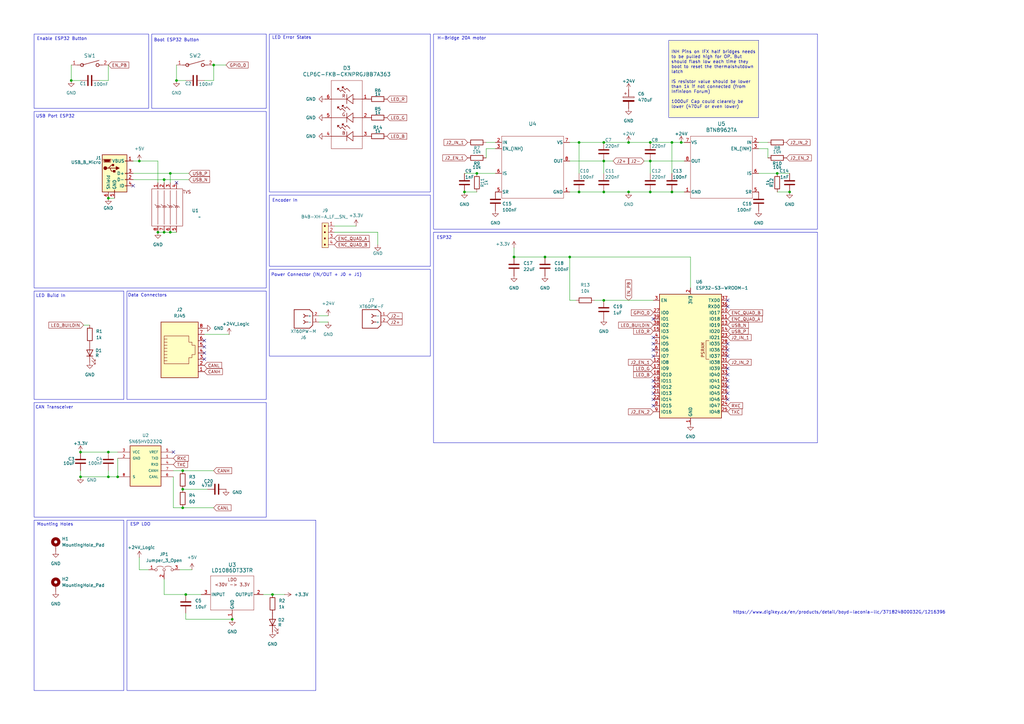
<source format=kicad_sch>
(kicad_sch (version 20231120) (generator "eeschema") (generator_version "8.0")
  (paper "A3")
  (title_block (title "Drive 27A") (rev "3") (company "Philippe Michaud") (comment 1 "REV3: Optimized cooling and changed LDO for 24v or 5v") (comment 2 "REV4: Updated power connector for xt60 and added better ground current carrying capacity"))
  (junction (at 257.81 78.74))
  (junction (at 323.85 78.74))
  (junction (at 247.65 123.19))
  (junction (at 223.52 105.41))
  (junction (at 237.49 78.74))
  (junction (at 74.93 193.04))
  (junction (at 74.93 208.28))
  (junction (at 64.77 95.25))
  (junction (at 33.02 185.42))
  (junction (at 257.81 58.42))
  (junction (at 190.5 78.74))
  (junction (at 266.7 66.04))
  (junction (at 279.4 58.42))
  (junction (at 69.85 95.25))
  (junction (at 48.26 195.58))
  (junction (at 318.77 71.12))
  (junction (at 76.2 243.84))
  (junction (at 237.49 58.42))
  (junction (at 44.45 81.28))
  (junction (at 72.39 33.02))
  (junction (at 275.59 58.42))
  (junction (at 210.82 105.41))
  (junction (at 111.76 243.84))
  (junction (at 29.21 33.02))
  (junction (at 57.15 66.04))
  (junction (at 275.59 78.74))
  (junction (at 67.31 95.25))
  (junction (at 87.63 26.67))
  (junction (at 69.85 71.12))
  (junction (at 195.58 71.12))
  (junction (at 95.25 254))
  (junction (at 266.7 78.74))
  (junction (at 266.7 58.42))
  (junction (at 44.45 185.42))
  (junction (at 33.02 195.58))
  (junction (at 247.65 78.74))
  (junction (at 67.31 73.66))
  (junction (at 233.68 105.41))
  (junction (at 247.65 66.04))
  (junction (at 247.65 58.42))
  (junction (at 44.45 195.58))
  (junction (at 74.93 200.66))
  (no_connect (at 298.45 153.67))
  (no_connect (at 267.97 130.81))
  (no_connect (at 298.45 156.21))
  (no_connect (at 298.45 163.83))
  (no_connect (at 298.45 125.73))
  (no_connect (at 83.82 147.32))
  (no_connect (at 267.97 138.43))
  (no_connect (at 267.97 166.37))
  (no_connect (at 298.45 143.51))
  (no_connect (at 267.97 163.83))
  (no_connect (at 267.97 140.97))
  (no_connect (at 54.61 76.2))
  (no_connect (at 298.45 123.19))
  (no_connect (at 72.39 74.93))
  (no_connect (at 267.97 161.29))
  (no_connect (at 267.97 158.75))
  (no_connect (at 83.82 142.24))
  (no_connect (at 298.45 140.97))
  (no_connect (at 298.45 158.75))
  (no_connect (at 83.82 139.7))
  (no_connect (at 298.45 151.13))
  (no_connect (at 267.97 146.05))
  (no_connect (at 83.82 144.78))
  (no_connect (at 267.97 156.21))
  (no_connect (at 298.45 146.05))
  (no_connect (at 267.97 143.51))
  (no_connect (at 298.45 161.29))
  (no_connect (at 71.12 185.42))
  (wire (pts (xy 29.21 33.02) (xy 33.02 33.02)))
  (wire (pts (xy 92.71 26.67) (xy 87.63 26.67)))
  (wire (pts (xy 67.31 73.66) (xy 77.47 73.66)))
  (wire (pts (xy 243.84 123.19) (xy 247.65 123.19)))
  (wire (pts (xy 69.85 71.12) (xy 69.85 74.93)))
  (wire (pts (xy 87.63 193.04) (xy 74.93 193.04)))
  (wire (pts (xy 283.21 105.41) (xy 283.21 118.11)))
  (wire (pts (xy 266.7 58.42) (xy 275.59 58.42)))
  (wire (pts (xy 275.59 58.42) (xy 279.4 58.42)))
  (wire (pts (xy 190.5 78.74) (xy 195.58 78.74)))
  (wire (pts (xy 195.58 71.12) (xy 203.2 71.12)))
  (wire (pts (xy 76.2 251.46) (xy 76.2 254)))
  (wire (pts (xy 57.15 228.6) (xy 57.15 233.68)))
  (wire (pts (xy 237.49 58.42) (xy 237.49 71.12)))
  (wire (pts (xy 71.12 208.28) (xy 71.12 195.58)))
  (wire (pts (xy 72.39 33.02) (xy 72.39 26.67)))
  (wire (pts (xy 266.7 66.04) (xy 266.7 71.12)))
  (wire (pts (xy 69.85 71.12) (xy 77.47 71.12)))
  (wire (pts (xy 71.12 193.04) (xy 74.93 193.04)))
  (wire (pts (xy 210.82 105.41) (xy 223.52 105.41)))
  (wire (pts (xy 87.63 208.28) (xy 74.93 208.28)))
  (wire (pts (xy 257.81 78.74) (xy 266.7 78.74)))
  (wire (pts (xy 237.49 78.74) (xy 247.65 78.74)))
  (wire (pts (xy 64.77 66.04) (xy 64.77 74.93)))
  (wire (pts (xy 67.31 237.49) (xy 67.31 243.84)))
  (wire (pts (xy 54.61 71.12) (xy 69.85 71.12)))
  (wire (pts (xy 107.95 243.84) (xy 111.76 243.84)))
  (wire (pts (xy 83.82 33.02) (xy 87.63 33.02)))
  (wire (pts (xy 146.05 92.71) (xy 137.16 92.71)))
  (wire (pts (xy 247.65 123.19) (xy 267.97 123.19)))
  (wire (pts (xy 314.96 58.42) (xy 311.15 58.42)))
  (wire (pts (xy 223.52 105.41) (xy 233.68 105.41)))
  (wire (pts (xy 199.39 60.96) (xy 203.2 60.96)))
  (wire (pts (xy 33.02 195.58) (xy 44.45 195.58)))
  (wire (pts (xy 130.81 132.08) (xy 134.62 132.08)))
  (wire (pts (xy 87.63 33.02) (xy 87.63 26.67)))
  (wire (pts (xy 233.68 78.74) (xy 237.49 78.74)))
  (wire (pts (xy 233.68 66.04) (xy 247.65 66.04)))
  (wire (pts (xy 275.59 58.42) (xy 275.59 71.12)))
  (wire (pts (xy 233.68 105.41) (xy 233.68 123.19)))
  (wire (pts (xy 199.39 58.42) (xy 203.2 58.42)))
  (wire (pts (xy 85.09 200.66) (xy 74.93 200.66)))
  (wire (pts (xy 199.39 64.77) (xy 199.39 60.96)))
  (wire (pts (xy 318.77 71.12) (xy 311.15 71.12)))
  (wire (pts (xy 247.65 58.42) (xy 257.81 58.42)))
  (wire (pts (xy 116.84 243.84) (xy 111.76 243.84)))
  (wire (pts (xy 137.16 95.25) (xy 154.94 95.25)))
  (wire (pts (xy 283.21 105.41) (xy 233.68 105.41)))
  (wire (pts (xy 44.45 81.28) (xy 46.99 81.28)))
  (wire (pts (xy 29.21 26.67) (xy 29.21 33.02)))
  (wire (pts (xy 36.83 133.35) (xy 34.29 133.35)))
  (wire (pts (xy 130.81 129.54) (xy 134.62 129.54)))
  (wire (pts (xy 69.85 95.25) (xy 72.39 95.25)))
  (wire (pts (xy 78.74 233.68) (xy 73.66 233.68)))
  (wire (pts (xy 33.02 185.42) (xy 44.45 185.42)))
  (wire (pts (xy 33.02 193.04) (xy 33.02 195.58)))
  (wire (pts (xy 275.59 78.74) (xy 280.67 78.74)))
  (wire (pts (xy 264.16 66.04) (xy 266.7 66.04)))
  (wire (pts (xy 48.26 187.96) (xy 48.26 195.58)))
  (wire (pts (xy 64.77 95.25) (xy 67.31 95.25)))
  (wire (pts (xy 44.45 33.02) (xy 44.45 26.67)))
  (wire (pts (xy 44.45 193.04) (xy 44.45 195.58)))
  (wire (pts (xy 247.65 78.74) (xy 257.81 78.74)))
  (wire (pts (xy 314.96 60.96) (xy 311.15 60.96)))
  (wire (pts (xy 247.65 66.04) (xy 251.46 66.04)))
  (wire (pts (xy 44.45 195.58) (xy 48.26 195.58)))
  (wire (pts (xy 247.65 66.04) (xy 247.65 71.12)))
  (wire (pts (xy 40.64 33.02) (xy 44.45 33.02)))
  (wire (pts (xy 257.81 58.42) (xy 266.7 58.42)))
  (wire (pts (xy 82.55 243.84) (xy 76.2 243.84)))
  (wire (pts (xy 64.77 66.04) (xy 57.15 66.04)))
  (wire (pts (xy 233.68 123.19) (xy 236.22 123.19)))
  (wire (pts (xy 57.15 66.04) (xy 54.61 66.04)))
  (wire (pts (xy 323.85 71.12) (xy 318.77 71.12)))
  (wire (pts (xy 83.82 137.16) (xy 93.98 137.16)))
  (wire (pts (xy 190.5 71.12) (xy 195.58 71.12)))
  (wire (pts (xy 67.31 243.84) (xy 76.2 243.84)))
  (wire (pts (xy 154.94 95.25) (xy 154.94 100.33)))
  (wire (pts (xy 57.15 233.68) (xy 60.96 233.68)))
  (wire (pts (xy 279.4 58.42) (xy 280.67 58.42)))
  (wire (pts (xy 67.31 73.66) (xy 67.31 74.93)))
  (wire (pts (xy 74.93 208.28) (xy 71.12 208.28)))
  (wire (pts (xy 210.82 101.6) (xy 210.82 105.41)))
  (wire (pts (xy 54.61 73.66) (xy 67.31 73.66)))
  (wire (pts (xy 233.68 58.42) (xy 237.49 58.42)))
  (wire (pts (xy 266.7 78.74) (xy 275.59 78.74)))
  (wire (pts (xy 314.96 64.77) (xy 314.96 60.96)))
  (wire (pts (xy 237.49 58.42) (xy 247.65 58.42)))
  (wire (pts (xy 67.31 95.25) (xy 69.85 95.25)))
  (wire (pts (xy 44.45 185.42) (xy 48.26 185.42)))
  (wire (pts (xy 76.2 254) (xy 95.25 254)))
  (wire (pts (xy 266.7 66.04) (xy 280.67 66.04)))
  (wire (pts (xy 323.85 78.74) (xy 318.77 78.74)))
  (wire (pts (xy 76.2 33.02) (xy 72.39 33.02)))
  (rectangle (start 62.23 13.97) (end 109.22 44.45))
  (rectangle (start 13.97 119.38) (end 50.8 163.83))
  (rectangle (start 177.8 95.25) (end 335.28 181.61))
  (rectangle (start 110.49 110.49) (end 176.53 146.05))
  (rectangle (start 110.49 13.97) (end 176.53 78.74))
  (rectangle (start 13.97 213.36) (end 50.8 283.21))
  (rectangle (start 177.8 13.97) (end 335.28 93.98))
  (rectangle (start 13.97 45.72) (end 109.22 118.11))
  (rectangle (start 13.97 13.97) (end 60.96 44.45))
  (rectangle (start 13.97 165.1) (end 109.22 212.09))
  (rectangle (start 52.07 119.38) (end 109.22 163.83))
  (rectangle (start 52.07 213.36) (end 129.54 283.21))
  (rectangle (start 110.49 80.01) (end 176.53 109.22))
  (text_box "INH Pins on IFX half bridges needs to be pulled high for OP. But should flash low each time they boot to reset the thermalshutdown latch\n\nIS resistor value should be lower than 1k if not connected (from Infinieon Forum)\n\n1000uF Cap could clearely be lower (470uF or even lower)" (at 274.32 16.51 0) (size 36.83 31.75) (fill (type color) (color 255 255 194 1)) (effects (font (size 1.27 1.27)) (justify left)))
  (text "Boot ESP32 Button" (at 72.39 16.51 0) (effects (font (size 1.27 1.27))))
  (text "LED Build In" (at 14.732 121.412 0) (effects (font (size 1.27 1.27)) (justify left)))
  (text "Enable ESP32 Button" (at 25.4 16.002 0) (effects (font (size 1.27 1.27))))
  (text "CAN Transceiver" (at 14.478 167.132 0) (effects (font (size 1.27 1.27)) (justify left)))
  (text "Encoder In" (at 116.84 82.296 0) (effects (font (size 1.27 1.27))))
  (text "LED Error States" (at 119.634 15.494 0) (effects (font (size 1.27 1.27))))
  (text "Power Connector (IN/OUT + J0 + J1)" (at 129.794 112.776 0) (effects (font (size 1.27 1.27))))
  (text "ESP LDO" (at 53.34 215.138 0) (effects (font (size 1.27 1.27)) (justify left)))
  (text "Data Connectors" (at 60.452 121.158 0) (effects (font (size 1.27 1.27))))
  (text "H-Bridge 20A motor" (at 179.324 15.748 0) (effects (font (size 1.27 1.27)) (justify left)))
  (text "Mounting Holes" (at 22.606 215.138 0) (effects (font (size 1.27 1.27))))
  (text "USB Port ESP32" (at 14.732 47.752 0) (effects (font (size 1.27 1.27)) (justify left)))
  (text "https://www.digikey.ca/en/products/detail/boyd-laconia-llc/371824B00032G/1216396" (at 300.482 251.206 0) (effects (font (size 1.27 1.27)) (justify left)))
  (text "ESP32" (at 179.07 97.536 0) (effects (font (size 1.27 1.27)) (justify left)))
  (global_label "LED_B" (shape input) (at 267.97 153.67 180) (property "Intersheetrefs" "${INTERSHEET_REFS}" (effects (hide yes))))
  (global_label "CANH" (shape input) (at 83.82 152.4 0) (property "Intersheetrefs" "${INTERSHEET_REFS}" (effects (hide yes))))
  (global_label "ENC_QUAD_A" (shape input) (at 298.45 130.81 0) (property "Intersheetrefs" "${INTERSHEET_REFS}" (effects (hide yes))))
  (global_label "J2+" (shape input) (at 251.46 66.04 0) (property "Intersheetrefs" "${INTERSHEET_REFS}" (effects (hide yes))))
  (global_label "J2_EN_1" (shape input) (at 267.97 148.59 180) (property "Intersheetrefs" "${INTERSHEET_REFS}" (effects (hide yes))))
  (global_label "LED_B" (shape input) (at 158.75 55.88 0) (property "Intersheetrefs" "${INTERSHEET_REFS}" (effects (hide yes))))
  (global_label "J2_EN_2" (shape input) (at 322.58 64.77 0) (property "Intersheetrefs" "${INTERSHEET_REFS}" (effects (hide yes))))
  (global_label "LED_G" (shape input) (at 267.97 151.13 180) (property "Intersheetrefs" "${INTERSHEET_REFS}" (effects (hide yes))))
  (global_label "J2_IN_1" (shape input) (at 191.77 58.42 180) (property "Intersheetrefs" "${INTERSHEET_REFS}" (effects (hide yes))))
  (global_label "J2-" (shape input) (at 264.16 66.04 180) (property "Intersheetrefs" "${INTERSHEET_REFS}" (effects (hide yes))))
  (global_label "J2_IN_1" (shape input) (at 298.45 138.43 0) (property "Intersheetrefs" "${INTERSHEET_REFS}" (effects (hide yes))))
  (global_label "RXC" (shape input) (at 298.45 166.37 0) (property "Intersheetrefs" "${INTERSHEET_REFS}" (effects (hide yes))))
  (global_label "USB_N" (shape input) (at 298.45 133.35 0) (property "Intersheetrefs" "${INTERSHEET_REFS}" (effects (hide yes))))
  (global_label "USB_P" (shape input) (at 77.47 71.12 0) (property "Intersheetrefs" "${INTERSHEET_REFS}" (effects (hide yes))))
  (global_label "CANL" (shape input) (at 83.82 149.86 0) (property "Intersheetrefs" "${INTERSHEET_REFS}" (effects (hide yes))))
  (global_label "CANH" (shape input) (at 87.63 193.04 0) (property "Intersheetrefs" "${INTERSHEET_REFS}" (effects (hide yes))))
  (global_label "GPIO_0" (shape input) (at 92.71 26.67 0) (property "Intersheetrefs" "${INTERSHEET_REFS}" (effects (hide yes))))
  (global_label "GPIO_0" (shape input) (at 267.97 128.27 180) (property "Intersheetrefs" "${INTERSHEET_REFS}" (effects (hide yes))))
  (global_label "LED_BUILDIN" (shape input) (at 34.29 133.35 180) (property "Intersheetrefs" "${INTERSHEET_REFS}" (effects (hide yes))))
  (global_label "TXC" (shape input) (at 71.12 190.5 0) (property "Intersheetrefs" "${INTERSHEET_REFS}" (effects (hide yes))))
  (global_label "USB_N" (shape input) (at 77.47 73.66 0) (property "Intersheetrefs" "${INTERSHEET_REFS}" (effects (hide yes))))
  (global_label "EN_PB" (shape input) (at 44.45 26.67 0) (property "Intersheetrefs" "${INTERSHEET_REFS}" (effects (hide yes))))
  (global_label "J2_IN_2" (shape input) (at 298.45 148.59 0) (property "Intersheetrefs" "${INTERSHEET_REFS}" (effects (hide yes))))
  (global_label "EN_PB" (shape input) (at 257.81 123.19 90) (property "Intersheetrefs" "${INTERSHEET_REFS}" (effects (hide yes))))
  (global_label "J2_EN_2" (shape input) (at 267.97 168.91 180) (property "Intersheetrefs" "${INTERSHEET_REFS}" (effects (hide yes))))
  (global_label "ENC_QUAD_A" (shape input) (at 137.16 97.79 0) (property "Intersheetrefs" "${INTERSHEET_REFS}" (effects (hide yes))))
  (global_label "LED_R" (shape input) (at 267.97 135.89 180) (property "Intersheetrefs" "${INTERSHEET_REFS}" (effects (hide yes))))
  (global_label "J2_IN_2" (shape input) (at 322.58 58.42 0) (property "Intersheetrefs" "${INTERSHEET_REFS}" (effects (hide yes))))
  (global_label "RXC" (shape input) (at 71.12 187.96 0) (property "Intersheetrefs" "${INTERSHEET_REFS}" (effects (hide yes))))
  (global_label "TXC" (shape input) (at 298.45 168.91 0) (property "Intersheetrefs" "${INTERSHEET_REFS}" (effects (hide yes))))
  (global_label "J2-" (shape input) (at 158.75 129.54 0) (property "Intersheetrefs" "${INTERSHEET_REFS}" (effects (hide yes))))
  (global_label "LED_BUILDIN" (shape input) (at 267.97 133.35 180) (property "Intersheetrefs" "${INTERSHEET_REFS}" (effects (hide yes))))
  (global_label "ENC_QUAD_B" (shape input) (at 298.45 128.27 0) (property "Intersheetrefs" "${INTERSHEET_REFS}" (effects (hide yes))))
  (global_label "J2_EN_1" (shape input) (at 191.77 64.77 180) (property "Intersheetrefs" "${INTERSHEET_REFS}" (effects (hide yes))))
  (global_label "USB_P" (shape input) (at 298.45 135.89 0) (property "Intersheetrefs" "${INTERSHEET_REFS}" (effects (hide yes))))
  (global_label "LED_G" (shape input) (at 158.75 48.26 0) (property "Intersheetrefs" "${INTERSHEET_REFS}" (effects (hide yes))))
  (global_label "CANL" (shape input) (at 87.63 208.28 0) (property "Intersheetrefs" "${INTERSHEET_REFS}" (effects (hide yes))))
  (global_label "LED_R" (shape input) (at 158.75 40.64 0) (property "Intersheetrefs" "${INTERSHEET_REFS}" (effects (hide yes))))
  (global_label "ENC_QUAD_B" (shape input) (at 137.16 100.33 0) (property "Intersheetrefs" "${INTERSHEET_REFS}" (effects (hide yes))))
  (global_label "J2+" (shape input) (at 158.75 132.08 0) (property "Intersheetrefs" "${INTERSHEET_REFS}" (effects (hide yes))))
  (symbol (lib_id "power:GND") (at 29.21 33.02 0) (unit 1)
    (property "Reference" "#PWR01" (effects (hide yes)))
    (property "Value" "GND" (at 29.21 38.1 0))
    (property "Description" "Power symbol creates a global label with name \"GND\" , ground" (effects (hide yes)))
  )
  (symbol (lib_id "power:+3.3V") (at 116.84 243.84 270) (unit 1)
    (property "Reference" "#PWR015" (effects (hide yes)))
    (property "Value" "+3.3V" (at 120.65 243.8399 90) (effects (justify left)))
    (property "Description" "Power symbol creates a global label with name \"+3.3V\"" (effects (hide yes)))
  )
  (symbol (lib_id "Jumper:Jumper_3_Open") (at 67.31 233.68 0) (unit 1) (exclude_from_sim yes) (in_bom no)
    (property "Reference" "JP1" (at 67.31 227.33 0))
    (property "Value" "Jumper_3_Open" (at 67.31 229.87 0))
    (property "Footprint" "Connector_PinHeader_2.54mm:PinHeader_1x03_P2.54mm_Vertical" (effects (hide yes)))
    (property "Description" "Jumper, 3-pole, both open" (effects (hide yes)))
  )
  (symbol (lib_id "Device:C") (at 190.5 74.93 0) (unit 1)
    (property "Reference" "C9" (at 190.754 70.104 0) (effects (justify left)))
    (property "Value" "1nF" (at 190.754 72.644 0) (effects (justify left)))
    (property "Footprint" "Capacitor_SMD:C_0805_2012Metric_Pad1.18x1.45mm_HandSolder" (effects (hide yes)))
    (property "Description" "Unpolarized capacitor, 24V" (effects (hide yes)))
    (property "LCSC" "C46553" (effects (hide yes)))
  )
  (symbol (lib_id "power:+3.3V") (at 146.05 92.71 0) (unit 1)
    (property "Reference" "#PWR013" (effects (hide yes)))
    (property "Value" "+3.3V" (at 146.05 88.392 0))
    (property "Description" "Power symbol creates a global label with name \"+3.3V\"" (effects (hide yes)))
  )
  (symbol (lib_id "power:GND") (at 64.77 95.25 0) (unit 1)
    (property "Reference" "#PWR05" (effects (hide yes)))
    (property "Value" "GND" (at 64.77 100.33 0))
    (property "Description" "Power symbol creates a global label with name \"GND\" , ground" (effects (hide yes)))
  )
  (symbol (lib_id "power:GND") (at 133.35 48.26 270) (unit 1)
    (property "Reference" "#PWR028" (effects (hide yes)))
    (property "Value" "GND" (at 129.54 48.2599 90) (effects (justify right)))
    (property "Description" "Power symbol creates a global label with name \"GND\" , ground" (effects (hide yes)))
  )
  (symbol (lib_id "Custom:TVS_-_150-SMDB03CE3/TR7TR-ND") (at 68.58 85.09 0) (unit 1)
    (property "Reference" "U1" (at 78.74 86.36 0) (effects (justify left)))
    (property "Value" "~" (at 81.28 89.01 0) (effects (justify left)))
    (property "Footprint" "Package_SO:SOIC-8-1EP_3.9x4.9mm_P1.27mm_EP2.29x3mm" (effects (hide yes)))
    (property "Datasheet" "150-SMDB03CE3/TR7TR-ND" (effects (hide yes)))
    (property "LCSC" "C2448355" (effects (hide yes)))
  )
  (symbol (lib_id "Device:LED") (at 111.76 255.27 90) (unit 1)
    (property "Reference" "D2" (at 114.046 254.254 90) (effects (justify right)))
    (property "Value" "R" (at 114.046 256.286 90) (effects (justify right)))
    (property "Footprint" "LED_SMD:LED_0805_2012Metric_Pad1.15x1.40mm_HandSolder" (effects (hide yes)))
    (property "Datasheet" "https://www.we-online.com/components/products/datasheet/150080SS75000.pdf" (effects (hide yes)))
    (property "Description" "Light emitting diode | 150080SS75000" (effects (hide yes)))
    (property "LCSC" "C19171391" (effects (hide yes)))
  )
  (symbol (lib_id "power:+5V") (at 57.15 66.04 0) (unit 1)
    (property "Reference" "#PWR03" (effects (hide yes)))
    (property "Value" "+5V" (at 57.15 60.96 0))
    (property "Description" "Power symbol creates a global label with name \"+5V\"" (effects (hide yes)))
  )
  (symbol (lib_id "Device:R") (at 240.03 123.19 90) (unit 1)
    (property "Reference" "R13" (at 240.03 116.84 90))
    (property "Value" "10k" (at 240.03 119.38 90))
    (property "Footprint" "Resistor_SMD:R_0805_2012Metric_Pad1.20x1.40mm_HandSolder" (effects (hide yes)))
    (property "Description" "Resistor" (effects (hide yes)))
    (property "LCSC" "C25612" (effects (hide yes)))
  )
  (symbol (lib_id "Custom:XT60PM-F") (at 152.4 124.46 0) (unit 1)
    (property "Reference" "J7" (at 152.4 123.19 0))
    (property "Value" "XT60PW-F" (at 152.4 125.73 0))
    (property "Footprint" "Connector_AMASS:AMASS_XT60PW-F_1x02_P7.20mm_Horizontal" (effects (hide yes)))
    (property "LCSC" "C428722" (effects (hide yes)))
  )
  (symbol (lib_id "power:GND") (at 223.52 113.03 0) (unit 1)
    (property "Reference" "#PWR049" (effects (hide yes)))
    (property "Value" "GND" (at 223.52 118.11 0))
    (property "Description" "Power symbol creates a global label with name \"GND\" , ground" (effects (hide yes)))
  )
  (symbol (lib_id "power:GND") (at 210.82 113.03 0) (unit 1)
    (property "Reference" "#PWR048" (effects (hide yes)))
    (property "Value" "GND" (at 210.82 118.11 0))
    (property "Description" "Power symbol creates a global label with name \"GND\" , ground" (effects (hide yes)))
  )
  (symbol (lib_id "Device:C") (at 44.45 189.23 0) (unit 1)
    (property "Reference" "C4" (at 39.37 188.214 0) (effects (justify left)))
    (property "Value" "100nF" (at 36.068 189.992 0) (effects (justify left)))
    (property "Footprint" "Capacitor_SMD:C_0805_2012Metric_Pad1.18x1.45mm_HandSolder" (effects (hide yes)))
    (property "Description" "Unpolarized capacitor" (effects (hide yes)))
    (property "LCSC" "C2312829" (effects (hide yes)))
  )
  (symbol (lib_id "Device:C") (at 237.49 74.93 0) (unit 1)
    (property "Reference" "C10" (at 237.744 70.104 0) (effects (justify left)))
    (property "Value" "100nF" (at 237.744 72.644 0) (effects (justify left)))
    (property "Footprint" "Capacitor_SMD:C_0805_2012Metric_Pad1.18x1.45mm_HandSolder" (effects (hide yes)))
    (property "Description" "Unpolarized capacitor, 24V" (effects (hide yes)))
    (property "LCSC" "C2312829" (effects (hide yes)))
  )
  (symbol (lib_id "Device:C") (at 247.65 127 0) (unit 1)
    (property "Reference" "C19" (at 251.46 125.7299 0) (effects (justify left)))
    (property "Value" "1uF" (at 251.46 128.2699 0) (effects (justify left)))
    (property "Footprint" "Capacitor_SMD:C_0805_2012Metric_Pad1.18x1.45mm_HandSolder" (effects (hide yes)))
    (property "Description" "Unpolarized capacitor" (effects (hide yes)))
    (property "LCSC" "C77079" (effects (hide yes)))
  )
  (symbol (lib_id "Mechanical:MountingHole_Pad") (at 22.86 240.03 0) (unit 1) (exclude_from_sim yes) (in_bom no)
    (property "Reference" "H2" (at 25.4 237.4899 0) (effects (justify left)))
    (property "Value" "MountingHole_Pad" (at 25.4 240.0299 0) (effects (justify left)))
    (property "Footprint" "MountingHole:MountingHole_3.2mm_M3_DIN965_Pad_TopBottom" (effects (hide yes)))
    (property "Description" "Mounting Hole with connection" (effects (hide yes)))
  )
  (symbol (lib_id "Device:C") (at 33.02 189.23 0) (unit 1)
    (property "Reference" "C3" (at 27.94 188.214 0) (effects (justify left)))
    (property "Value" "10uF" (at 25.908 189.992 0) (effects (justify left)))
    (property "Footprint" "Capacitor_SMD:C_0805_2012Metric_Pad1.18x1.45mm_HandSolder" (effects (hide yes)))
    (property "Description" "Unpolarized capacitor" (effects (hide yes)))
    (property "LCSC" "C440198" (effects (hide yes)))
  )
  (symbol (lib_id "power:+7.5V") (at 33.02 185.42 0) (unit 1)
    (property "Reference" "#PWR012" (effects (hide yes)))
    (property "Value" "+3.3V" (at 33.02 181.864 0))
    (property "Description" "Power symbol creates a global label with name \"+7.5V\"" (effects (hide yes)))
  )
  (symbol (lib_id "Device:LED") (at 36.83 144.78 90) (unit 1)
    (property "Reference" "D1" (at 39.116 143.764 90) (effects (justify right)))
    (property "Value" "R" (at 39.116 145.796 90) (effects (justify right)))
    (property "Footprint" "LED_SMD:LED_0805_2012Metric_Pad1.15x1.40mm_HandSolder" (effects (hide yes)))
    (property "Datasheet" "https://www.we-online.com/components/products/datasheet/150080SS75000.pdf" (effects (hide yes)))
    (property "Description" "Light emitting diode | 150080SS75000" (effects (hide yes)))
    (property "LCSC" "C19171391" (effects (hide yes)))
  )
  (symbol (lib_id "RF_Module:ESP32-S3-WROOM-1") (at 283.21 146.05 0) (unit 1)
    (property "Reference" "U6" (at 285.4041 115.57 0) (effects (justify left)))
    (property "Value" "ESP32-S3-WROOM-1" (at 285.4041 118.11 0) (effects (justify left)))
    (property "Footprint" "RF_Module:ESP32-S3-WROOM-1" (effects (hide yes)))
    (property "Datasheet" "https://www.espressif.com/sites/default/files/documentation/esp32-s3-wroom-1_wroom-1u_datasheet_en.pdf" (effects (hide yes)))
    (property "Description" "RF Module, ESP32-S3 SoC, Wi-Fi 802.11b/g/n, Bluetooth, BLE, 32-bit, 3.3V, onboard antenna, SMD" (effects (hide yes)))
    (property "LCSC" "C2913198" (effects (hide yes)))
  )
  (symbol (lib_id "power:GND") (at 44.45 81.28 0) (unit 1)
    (property "Reference" "#PWR04" (effects (hide yes)))
    (property "Value" "GND" (at 44.45 85.344 0))
    (property "Description" "Power symbol creates a global label with name \"GND\" , ground" (effects (hide yes)))
  )
  (symbol (lib_id "power:GND") (at 83.82 134.62 90) (unit 1)
    (property "Reference" "#PWR09" (effects (hide yes)))
    (property "Value" "GND" (at 87.63 134.6199 90) (effects (justify right)))
    (property "Description" "Power symbol creates a global label with name \"GND\" , ground" (effects (hide yes)))
  )
  (symbol (lib_id "TS09_63_25_WT_160_SMT_TR:TS09-63-25-WT-160-SMT-TR") (at 72.39 26.67 0) (unit 1)
    (property "Reference" "SW2" (at 80.01 22.86 0) (effects (font (size 1.524 1.524))))
    (property "Value" "TS09-63-25-WT-160-SMT-TR" (effects (hide yes)))
    (property "Footprint" "TS09_63_25_WT_160_SMT_TR:SW_TS09-63-25_CUD" (effects (hide yes)))
    (property "Datasheet" "TS09-63-25-WT-160-SMT-TR" (effects (hide yes)))
    (property "LCSC" "C4364712" (effects (hide yes)))
  )
  (symbol (lib_id "power:GND") (at 190.5 78.74 0) (mirror y) (unit 1)
    (property "Reference" "#PWR042" (effects (hide yes)))
    (property "Value" "GND" (at 190.5 83.82 0))
    (property "Description" "Power symbol creates a global label with name \"GND\" , ground" (effects (hide yes)))
  )
  (symbol (lib_id "power:GND") (at 323.85 78.74 0) (unit 1)
    (property "Reference" "#PWR044" (effects (hide yes)))
    (property "Value" "GND" (at 323.85 83.82 0))
    (property "Description" "Power symbol creates a global label with name \"GND\" , ground" (effects (hide yes)))
  )
  (symbol (lib_id "power:+7.5V") (at 279.4 58.42 0) (mirror y) (unit 1)
    (property "Reference" "#PWR041" (effects (hide yes)))
    (property "Value" "+24V" (at 279.4 54.864 0))
    (property "Description" "Power symbol creates a global label with name \"+7.5V\"" (effects (hide yes)))
  )
  (symbol (lib_id "Device:R") (at 154.94 55.88 90) (unit 1)
    (property "Reference" "R14" (at 154.94 52.324 90))
    (property "Value" "1k" (at 154.94 53.848 90))
    (property "Footprint" "Resistor_SMD:R_0805_2012Metric_Pad1.20x1.40mm_HandSolder" (effects (hide yes)))
    (property "Description" "Resistor" (effects (hide yes)))
    (property "LCSC" "C75245" (effects (hide yes)))
  )
  (symbol (lib_id "TJA1050T_CM_118:TJA1050T_CM_118") (at 59.69 190.5 0) (unit 1)
    (property "Reference" "U2" (at 59.69 178.562 0))
    (property "Value" "SN65HVD232Q" (at 59.69 181.102 0))
    (property "Footprint" "TJA1050T_CM_118:SOIC127P600X175-8N" (effects (hide yes)))
    (property "PARTREV" "4" (effects (hide yes)))
    (property "STANDARD" "IPC 7351B" (effects (hide yes)))
    (property "MAXIMUM_PACKAGE_HEIGHT" "1.75 mm" (effects (hide yes)))
    (property "MANUFACTURER" "NXP USA" (effects (hide yes)))
    (property "LCSC" "C2859712" (effects (hide yes)))
  )
  (symbol (lib_id "Custom:XT60PM-M") (at 124.46 137.16 0) (mirror x) (unit 1)
    (property "Reference" "J6" (at 124.46 138.43 0))
    (property "Value" "XT60PW-M" (at 124.46 135.89 0))
    (property "Footprint" "Connector_AMASS:AMASS_XT60PW-M_1x02_P7.20mm_Horizontal" (effects (hide yes)))
    (property "LCSC" "C98732" (effects (hide yes)))
  )
  (symbol (lib_id "Device:R") (at 154.94 48.26 90) (unit 1)
    (property "Reference" "R5" (at 154.94 44.704 90))
    (property "Value" "1k" (at 154.94 46.228 90))
    (property "Footprint" "Resistor_SMD:R_0805_2012Metric_Pad1.20x1.40mm_HandSolder" (effects (hide yes)))
    (property "Description" "Resistor" (effects (hide yes)))
    (property "LCSC" "C75245" (effects (hide yes)))
  )
  (symbol (lib_id "Device:R") (at 36.83 137.16 180) (unit 1)
    (property "Reference" "R1" (at 39.37 135.8899 0) (effects (justify right)))
    (property "Value" "1k" (at 39.37 138.4299 0) (effects (justify right)))
    (property "Footprint" "Resistor_SMD:R_0805_2012Metric_Pad1.20x1.40mm_HandSolder" (effects (hide yes)))
    (property "Description" "Resistor" (effects (hide yes)))
    (property "LCSC" "C75245" (effects (hide yes)))
  )
  (symbol (lib_id "power:+7.5V") (at 257.81 58.42 0) (unit 1)
    (property "Reference" "#PWR040" (effects (hide yes)))
    (property "Value" "+24V" (at 257.81 54.864 0))
    (property "Description" "Power symbol creates a global label with name \"+7.5V\"" (effects (hide yes)))
  )
  (symbol (lib_id "Device:R") (at 195.58 74.93 0) (mirror y) (unit 1)
    (property "Reference" "R11" (at 197.866 74.93 90))
    (property "Value" "1k" (at 199.39 74.93 90))
    (property "Footprint" "Resistor_SMD:R_0805_2012Metric_Pad1.20x1.40mm_HandSolder" (effects (hide yes)))
    (property "Description" "Resistor" (effects (hide yes)))
    (property "LCSC" "C75245" (effects (hide yes)))
  )
  (symbol (lib_id "power:GND") (at 133.35 55.88 270) (unit 1)
    (property "Reference" "#PWR029" (effects (hide yes)))
    (property "Value" "GND" (at 129.54 55.8799 90) (effects (justify right)))
    (property "Description" "Power symbol creates a global label with name \"GND\" , ground" (effects (hide yes)))
  )
  (symbol (lib_id "power:GND") (at 154.94 100.33 0) (unit 1)
    (property "Reference" "#PWR033" (effects (hide yes)))
    (property "Value" "GND" (at 152.908 103.886 0) (effects (justify left)))
    (property "Description" "Power symbol creates a global label with name \"GND\" , ground" (effects (hide yes)))
  )
  (symbol (lib_id "Device:C") (at 266.7 74.93 0) (unit 1)
    (property "Reference" "C12" (at 267.208 70.104 0) (effects (justify left)))
    (property "Value" "220nF" (at 267.208 72.644 0) (effects (justify left)))
    (property "Footprint" "Capacitor_SMD:C_0805_2012Metric_Pad1.18x1.45mm_HandSolder" (effects (hide yes)))
    (property "Description" "Unpolarized capacitor, 24V" (effects (hide yes)))
    (property "LCSC" "C86042" (effects (hide yes)))
  )
  (symbol (lib_id "power:GND") (at 247.65 130.81 0) (unit 1)
    (property "Reference" "#PWR050" (effects (hide yes)))
    (property "Value" "GND" (at 247.65 135.89 0))
    (property "Description" "Power symbol creates a global label with name \"GND\" , ground" (effects (hide yes)))
  )
  (symbol (lib_id "Device:C") (at 247.65 74.93 0) (unit 1)
    (property "Reference" "C11" (at 248.158 70.104 0) (effects (justify left)))
    (property "Value" "220nF" (at 248.158 72.644 0) (effects (justify left)))
    (property "Footprint" "Capacitor_SMD:C_0805_2012Metric_Pad1.18x1.45mm_HandSolder" (effects (hide yes)))
    (property "Description" "Unpolarized capacitor, 24V" (effects (hide yes)))
    (property "LCSC" "C86042" (effects (hide yes)))
  )
  (symbol (lib_id "Device:C") (at 203.2 82.55 0) (unit 1)
    (property "Reference" "C15" (at 205.994 83.566 0) (effects (justify left)))
    (property "Value" "100nF" (at 205.994 86.106 0) (effects (justify left)))
    (property "Footprint" "Capacitor_SMD:C_0805_2012Metric_Pad1.18x1.45mm_HandSolder" (effects (hide yes)))
    (property "Description" "Unpolarized capacitor, 24V" (effects (hide yes)))
    (property "LCSC" "C2312829" (effects (hide yes)))
  )
  (symbol (lib_id "dk_Rectangular-Connectors-Headers-Male-Pins:B4B-XH-A_LF__SN_") (at 134.62 92.71 270) (unit 1)
    (property "Reference" "J9" (at 133.35 86.36 90))
    (property "Value" "B4B-XH-A_LF__SN_" (at 133.096 88.9 90))
    (property "Footprint" "Connector_JST:JST_PH_B4B-PH-SM4-TB_1x04-1MP_P2.00mm_Vertical" (effects (hide yes)))
    (property "Datasheet" "http://www.jst-mfg.com/product/pdf/eng/eXH.pdf" (effects (hide yes)))
    (property "Description" "CONN HEADER VERT 4POS 2.5MM" (effects (hide yes)))
    (property "MPN" "B4B-XH-A(LF)(SN)" (effects (hide yes)))
    (property "Category" "Connectors, Interconnects" (effects (hide yes)))
    (property "Family" "Rectangular Connectors - Headers, Male Pins" (effects (hide yes)))
    (property "DK_Datasheet_Link" "http://www.jst-mfg.com/product/pdf/eng/eXH.pdf" (effects (hide yes)))
    (property "DK_Detail_Page" "/product-detail/en/jst-sales-america-inc/B4B-XH-A(LF)(SN)/455-2249-ND/1651047" (effects (hide yes)))
    (property "Description_1" "CONN HEADER VERT 4POS 2.5MM" (effects (hide yes)))
    (property "Manufacturer" "JST Sales America Inc." (effects (hide yes)))
    (property "Status" "Active" (effects (hide yes)))
    (property "LCSC" "C157999" (effects (hide yes)))
  )
  (symbol (lib_id "Device:C") (at 275.59 74.93 0) (unit 1)
    (property "Reference" "C13" (at 275.844 70.104 0) (effects (justify left)))
    (property "Value" "100nF" (at 275.844 72.644 0) (effects (justify left)))
    (property "Footprint" "Capacitor_SMD:C_0805_2012Metric_Pad1.18x1.45mm_HandSolder" (effects (hide yes)))
    (property "Description" "Unpolarized capacitor, 24V" (effects (hide yes)))
    (property "LCSC" "C2312829" (effects (hide yes)))
  )
  (symbol (lib_id "2024-04-18_22-38-51:IFX007TAUMA1") (at 295.91 49.53 0) (mirror y) (unit 1)
    (property "Reference" "U5" (at 295.91 50.8 0) (effects (font (size 1.524 1.524))))
    (property "Value" "BTN8962TA" (at 295.91 53.34 0) (effects (font (size 1.524 1.524))))
    (property "Footprint" "footprints:PG-TO263-7-1_INF-M" (effects (hide yes)))
    (property "LCSC" "C534738" (effects (hide yes)))
  )
  (symbol (lib_id "power:GND") (at 134.62 132.08 0) (unit 1)
    (property "Reference" "#PWR035" (effects (hide yes)))
    (property "Value" "GND" (at 134.62 137.16 0))
    (property "Description" "Power symbol creates a global label with name \"GND\" , ground" (effects (hide yes)))
  )
  (symbol (lib_id "Mechanical:MountingHole_Pad") (at 22.86 223.52 0) (unit 1) (exclude_from_sim yes) (in_bom no)
    (property "Reference" "H1" (at 25.4 220.9799 0) (effects (justify left)))
    (property "Value" "MountingHole_Pad" (at 25.4 223.5199 0) (effects (justify left)))
    (property "Footprint" "MountingHole:MountingHole_3.2mm_M3_DIN965_Pad_TopBottom" (effects (hide yes)))
    (property "Description" "Mounting Hole with connection" (effects (hide yes)))
  )
  (symbol (lib_id "Device:R") (at 318.77 58.42 90) (unit 1)
    (property "Reference" "R8" (at 318.77 60.706 90))
    (property "Value" "10k" (at 318.77 62.23 90))
    (property "Footprint" "Resistor_SMD:R_0805_2012Metric_Pad1.20x1.40mm_HandSolder" (effects (hide yes)))
    (property "Description" "Resistor" (effects (hide yes)))
    (property "LCSC" "C25612" (effects (hide yes)))
  )
  (symbol (lib_id "Device:C_Polarized") (at 257.81 40.64 0) (unit 1)
    (property "Reference" "C6" (at 261.62 38.4809 0) (effects (justify left)))
    (property "Value" "470uF" (at 261.62 41.0209 0) (effects (justify left)))
    (property "Footprint" "Capacitor_THT:CP_Radial_D12.5mm_P5.00mm" (effects (hide yes)))
    (property "Description" "ECA-1HM102 | EKZE500ETD471MK20S" (effects (hide yes)))
    (property "LCSC" "C165494" (effects (hide yes)))
  )
  (symbol (lib_id "Device:R") (at 111.76 247.65 180) (unit 1)
    (property "Reference" "R2" (at 114.3 246.3799 0) (effects (justify right)))
    (property "Value" "1k" (at 114.3 248.9199 0) (effects (justify right)))
    (property "Footprint" "Resistor_SMD:R_0805_2012Metric_Pad1.20x1.40mm_HandSolder" (effects (hide yes)))
    (property "Description" "Resistor" (effects (hide yes)))
    (property "LCSC" "C75245" (effects (hide yes)))
  )
  (symbol (lib_id "power:GND") (at 92.71 200.66 0) (unit 1)
    (property "Reference" "#PWR020" (effects (hide yes)))
    (property "Value" "GND" (at 95.25 201.9299 0) (effects (justify left)))
    (property "Description" "Power symbol creates a global label with name \"GND\" , ground" (effects (hide yes)))
  )
  (symbol (lib_id "power:+5V") (at 78.74 233.68 0) (unit 1)
    (property "Reference" "#PWR014" (effects (hide yes)))
    (property "Value" "+5V" (at 78.74 228.6 0))
    (property "Description" "Power symbol creates a global label with name \"+5V\"" (effects (hide yes)))
  )
  (symbol (lib_id "2024-03-24_23-57-39:CLP6C-FKB-CKNPRGJBB7A363") (at 151.13 40.64 0) (mirror y) (unit 1)
    (property "Reference" "D3" (at 142.24 27.94 0) (effects (font (size 1.524 1.524))))
    (property "Value" "CLP6C-FKB-CKNPRGJBB7A363" (at 142.24 30.48 0) (effects (font (size 1.524 1.524))))
    (property "Footprint" "CLP6C-FKB-CKNPRGJBB7A363:CLP6C-FKB-CKNPRGJBB7A363_CRE" (effects (hide yes)))
    (property "Datasheet" "CLP6C-FKB-CKNPRGJBB7A363" (effects (hide yes)))
    (property "LCSC" "C7107714" (effects (hide yes)))
  )
  (symbol (lib_id "Device:C") (at 247.65 62.23 0) (unit 1)
    (property "Reference" "C7" (at 248.158 57.404 0) (effects (justify left)))
    (property "Value" "220nF" (at 248.158 59.944 0) (effects (justify left)))
    (property "Footprint" "Capacitor_SMD:C_0805_2012Metric_Pad1.18x1.45mm_HandSolder" (effects (hide yes)))
    (property "Description" "Unpolarized capacitor, 24V" (effects (hide yes)))
    (property "LCSC" "C86042" (effects (hide yes)))
  )
  (symbol (lib_id "power:GND") (at 283.21 173.99 0) (unit 1)
    (property "Reference" "#PWR051" (effects (hide yes)))
    (property "Value" "GND" (at 283.21 179.07 0))
    (property "Description" "Power symbol creates a global label with name \"GND\" , ground" (effects (hide yes)))
  )
  (symbol (lib_id "Device:R") (at 318.77 64.77 90) (unit 1)
    (property "Reference" "R10" (at 318.77 67.056 90))
    (property "Value" "10k" (at 318.77 68.58 90))
    (property "Footprint" "Resistor_SMD:R_0805_2012Metric_Pad1.20x1.40mm_HandSolder" (effects (hide yes)))
    (property "Description" "Resistor" (effects (hide yes)))
    (property "LCSC" "C25612" (effects (hide yes)))
  )
  (symbol (lib_id "power:GND") (at 22.86 226.06 0) (unit 1)
    (property "Reference" "#PWR010" (effects (hide yes)))
    (property "Value" "GND" (at 22.86 231.14 0))
    (property "Description" "Power symbol creates a global label with name \"GND\" , ground" (effects (hide yes)))
  )
  (symbol (lib_id "Device:R") (at 74.93 204.47 180) (unit 1)
    (property "Reference" "R4" (at 77.47 203.1999 0) (effects (justify right)))
    (property "Value" "60" (at 77.47 205.7399 0) (effects (justify right)))
    (property "Footprint" "Resistor_SMD:R_0805_2012Metric_Pad1.20x1.40mm_HandSolder" (effects (hide yes)))
    (property "Description" "Resistor" (effects (hide yes)))
    (property "LCSC" "C2767521" (effects (hide yes)))
  )
  (symbol (lib_id "Device:R") (at 74.93 196.85 180) (unit 1)
    (property "Reference" "R3" (at 77.47 195.5799 0) (effects (justify right)))
    (property "Value" "60" (at 77.47 198.1199 0) (effects (justify right)))
    (property "Footprint" "Resistor_SMD:R_0805_2012Metric_Pad1.20x1.40mm_HandSolder" (effects (hide yes)))
    (property "Description" "Resistor" (effects (hide yes)))
    (property "LCSC" "C2767521" (effects (hide yes)))
  )
  (symbol (lib_id "Device:C") (at 36.83 33.02 90) (unit 1)
    (property "Reference" "C1" (at 34.036 34.29 90))
    (property "Value" "100nF" (at 41.402 34.544 90))
    (property "Footprint" "Capacitor_SMD:C_0805_2012Metric_Pad1.18x1.45mm_HandSolder" (effects (hide yes)))
    (property "Description" "Unpolarized capacitor" (effects (hide yes)))
    (property "LCSC" "C2312829" (effects (hide yes)))
  )
  (symbol (lib_id "power:GND") (at 111.76 259.08 0) (unit 1)
    (property "Reference" "#PWR018" (effects (hide yes)))
    (property "Value" "GND" (at 111.76 264.16 0))
    (property "Description" "Power symbol creates a global label with name \"GND\" , ground" (effects (hide yes)))
  )
  (symbol (lib_id "TS09_63_25_WT_160_SMT_TR:TS09-63-25-WT-160-SMT-TR") (at 29.21 26.67 0) (unit 1)
    (property "Reference" "SW1" (at 36.83 22.86 0) (effects (font (size 1.524 1.524))))
    (property "Value" "TS09-63-25-WT-160-SMT-TR" (effects (hide yes)))
    (property "Footprint" "TS09_63_25_WT_160_SMT_TR:SW_TS09-63-25_CUD" (effects (hide yes)))
    (property "Datasheet" "TS09-63-25-WT-160-SMT-TR" (effects (hide yes)))
    (property "LCSC" "C4364712" (effects (hide yes)))
  )
  (symbol (lib_id "power:GND") (at 36.83 148.59 0) (unit 1)
    (property "Reference" "#PWR07" (effects (hide yes)))
    (property "Value" "GND" (at 36.83 153.67 0))
    (property "Description" "Power symbol creates a global label with name \"GND\" , ground" (effects (hide yes)))
  )
  (symbol (lib_id "AZ1117ID-3.3TRG1:AZ1117ID-3.3TRG1") (at 95.25 236.22 0) (unit 1)
    (property "Reference" "U3" (at 95.25 231.648 0) (effects (font (size 1.524 1.524))))
    (property "Value" "LD1086DT33TR" (at 95.25 233.934 0) (effects (font (size 1.524 1.524))))
    (property "Footprint" "LDO_AZ1117ID-3.3TRG1:TO252-2_AZ1117ID-3.3TRG1_DIO-L" (effects (hide yes)))
    (property "Datasheet" "AZ1117ID-3.3TRG1" (effects (hide yes)))
    (property "LCSC" "C12051" (effects (hide yes)))
  )
  (symbol (lib_id "Device:C") (at 80.01 33.02 90) (unit 1)
    (property "Reference" "C2" (at 77.216 34.29 90))
    (property "Value" "100nF" (at 84.582 34.544 90))
    (property "Footprint" "Capacitor_SMD:C_0805_2012Metric_Pad1.18x1.45mm_HandSolder" (effects (hide yes)))
    (property "Description" "Unpolarized capacitor" (effects (hide yes)))
    (property "LCSC" "C2312829" (effects (hide yes)))
  )
  (symbol (lib_id "power:+7.5V") (at 257.81 36.83 0) (unit 1)
    (property "Reference" "#PWR038" (effects (hide yes)))
    (property "Value" "+24V" (at 257.81 33.274 0))
    (property "Description" "Power symbol creates a global label with name \"+7.5V\"" (effects (hide yes)))
  )
  (symbol (lib_id "power:+5V") (at 57.15 228.6 0) (unit 1)
    (property "Reference" "#PWR019" (effects (hide yes)))
    (property "Value" "+24V_Logic" (at 52.324 224.536 0) (effects (justify left)))
    (property "Description" "Power symbol creates a global label with name \"+5V\"" (effects (hide yes)))
  )
  (symbol (lib_id "Device:C") (at 210.82 109.22 0) (unit 1)
    (property "Reference" "C17" (at 214.63 107.9499 0) (effects (justify left)))
    (property "Value" "22uF" (at 214.63 110.4899 0) (effects (justify left)))
    (property "Footprint" "Capacitor_SMD:C_0805_2012Metric_Pad1.18x1.45mm_HandSolder" (effects (hide yes)))
    (property "Description" "Unpolarized capacitor" (effects (hide yes)))
    (property "LCSC" "C76634" (effects (hide yes)))
  )
  (symbol (lib_id "Connector:USB_B_Micro") (at 46.99 71.12 0) (unit 1)
    (property "Reference" "J1" (at 40.386 64.77 0))
    (property "Value" "USB_B_Micro" (at 35.306 66.548 0))
    (property "Footprint" "Connector_USB:USB_Micro-B_Amphenol_10118193-0001LF_Horizontal" (effects (hide yes)))
    (property "Datasheet" "https://www.digikey.ca/en/products/detail/amphenol-cs-fci/10118193-0001LF/2785388" (effects (hide yes)))
    (property "Description" "USB Micro Type B connector" (effects (hide yes)))
    (property "LCSC" "C132562" (effects (hide yes)))
  )
  (symbol (lib_id "power:GND") (at 95.25 254 0) (unit 1)
    (property "Reference" "#PWR017" (effects (hide yes)))
    (property "Value" "GND" (at 95.25 259.08 0))
    (property "Description" "Power symbol creates a global label with name \"GND\" , ground" (effects (hide yes)))
  )
  (symbol (lib_id "power:+3.3V") (at 210.82 101.6 0) (unit 1)
    (property "Reference" "#PWR047" (effects (hide yes)))
    (property "Value" "+3.3V" (at 206.248 100.076 0))
    (property "Description" "Power symbol creates a global label with name \"+3.3V\"" (effects (hide yes)))
  )
  (symbol (lib_id "Device:R") (at 154.94 40.64 90) (unit 1)
    (property "Reference" "R6" (at 154.94 37.084 90))
    (property "Value" "1k" (at 154.94 38.608 90))
    (property "Footprint" "Resistor_SMD:R_0805_2012Metric_Pad1.20x1.40mm_HandSolder" (effects (hide yes)))
    (property "Description" "Resistor" (effects (hide yes)))
    (property "LCSC" "C75245" (effects (hide yes)))
  )
  (symbol (lib_id "power:GND") (at 133.35 40.64 270) (unit 1)
    (property "Reference" "#PWR027" (effects (hide yes)))
    (property "Value" "GND" (at 129.54 40.6399 90) (effects (justify right)))
    (property "Description" "Power symbol creates a global label with name \"GND\" , ground" (effects (hide yes)))
  )
  (symbol (lib_id "power:GND") (at 22.86 242.57 0) (unit 1)
    (property "Reference" "#PWR016" (effects (hide yes)))
    (property "Value" "GND" (at 22.86 247.65 0))
    (property "Description" "Power symbol creates a global label with name \"GND\" , ground" (effects (hide yes)))
  )
  (symbol (lib_id "Device:C") (at 323.85 74.93 0) (mirror y) (unit 1)
    (property "Reference" "C14" (at 323.596 70.104 0) (effects (justify left)))
    (property "Value" "1nF" (at 323.596 72.644 0) (effects (justify left)))
    (property "Footprint" "Capacitor_SMD:C_0805_2012Metric_Pad1.18x1.45mm_HandSolder" (effects (hide yes)))
    (property "Description" "Unpolarized capacitor, 24V" (effects (hide yes)))
    (property "LCSC" "C46553" (effects (hide yes)))
  )
  (symbol (lib_id "Device:R") (at 195.58 58.42 270) (mirror x) (unit 1)
    (property "Reference" "R7" (at 195.58 60.706 90))
    (property "Value" "10k" (at 195.58 62.23 90))
    (property "Footprint" "Resistor_SMD:R_0805_2012Metric_Pad1.20x1.40mm_HandSolder" (effects (hide yes)))
    (property "Description" "Resistor" (effects (hide yes)))
    (property "LCSC" "C25612" (effects (hide yes)))
  )
  (symbol (lib_id "power:GND") (at 203.2 86.36 0) (mirror y) (unit 1)
    (property "Reference" "#PWR045" (effects (hide yes)))
    (property "Value" "GND" (at 203.2 91.44 0))
    (property "Description" "Power symbol creates a global label with name \"GND\" , ground" (effects (hide yes)))
  )
  (symbol (lib_id "Device:C") (at 266.7 62.23 0) (unit 1)
    (property "Reference" "C8" (at 267.208 57.404 0) (effects (justify left)))
    (property "Value" "220nF" (at 267.208 59.944 0) (effects (justify left)))
    (property "Footprint" "Capacitor_SMD:C_0805_2012Metric_Pad1.18x1.45mm_HandSolder" (effects (hide yes)))
    (property "Description" "Unpolarized capacitor, 24V" (effects (hide yes)))
    (property "LCSC" "C86042" (effects (hide yes)))
  )
  (symbol (lib_id "Device:C") (at 76.2 247.65 0) (unit 1)
    (property "Reference" "C5" (at 80.01 246.3799 0) (effects (justify left)))
    (property "Value" "10uF" (at 80.01 248.9199 0) (effects (justify left)))
    (property "Footprint" "Capacitor_SMD:C_0805_2012Metric_Pad1.18x1.45mm_HandSolder" (effects (hide yes)))
    (property "Description" "Unpolarized capacitor" (effects (hide yes)))
    (property "LCSC" "C440198" (effects (hide yes)))
  )
  (symbol (lib_id "Device:C") (at 223.52 109.22 0) (unit 1)
    (property "Reference" "C18" (at 227.33 107.9499 0) (effects (justify left)))
    (property "Value" "100nF" (at 227.33 110.4899 0) (effects (justify left)))
    (property "Footprint" "Capacitor_SMD:C_0805_2012Metric_Pad1.18x1.45mm_HandSolder" (effects (hide yes)))
    (property "Description" "Unpolarized capacitor" (effects (hide yes)))
    (property "LCSC" "C2312829" (effects (hide yes)))
  )
  (symbol (lib_id "Device:R") (at 195.58 64.77 270) (mirror x) (unit 1)
    (property "Reference" "R9" (at 195.58 67.056 90))
    (property "Value" "10k" (at 195.58 68.58 90))
    (property "Footprint" "Resistor_SMD:R_0805_2012Metric_Pad1.20x1.40mm_HandSolder" (effects (hide yes)))
    (property "Description" "Resistor" (effects (hide yes)))
    (property "LCSC" "C25612" (effects (hide yes)))
  )
  (symbol (lib_id "Connector:RJ45") (at 73.66 144.78 0) (unit 1)
    (property "Reference" "J2" (at 73.66 127 0))
    (property "Value" "RJ45" (at 73.66 129.54 0))
    (property "Footprint" "54601-908WPLF:AMPHENOL_54601-908WPLF" (effects (hide yes)))
    (property "Description" "RJ connector, 8P8C (8 positions 8 connected)" (effects (hide yes)))
    (property "LCSC" "C598568" (effects (hide yes)))
  )
  (symbol (lib_id "power:GND") (at 72.39 33.02 0) (unit 1)
    (property "Reference" "#PWR02" (effects (hide yes)))
    (property "Value" "GND" (at 72.39 38.1 0))
    (property "Description" "Power symbol creates a global label with name \"GND\" , ground" (effects (hide yes)))
  )
  (symbol (lib_name "IFX007TAUMA1_1") (lib_id "2024-04-18_22-38-51:IFX007TAUMA1") (at 218.44 49.53 0) (unit 1)
    (property "Reference" "U4" (at 218.44 50.8 0) (effects (font (size 1.524 1.524))))
    (property "Value" "BTN8962TA" (effects (hide yes)))
    (property "Footprint" "footprints:PG-TO263-7-1_INF-M" (effects (hide yes)))
    (property "LCSC" "C534738" (effects (hide yes)))
  )
  (symbol (lib_id "power:GND") (at 33.02 195.58 0) (unit 1)
    (property "Reference" "#PWR08" (effects (hide yes)))
    (property "Value" "GND" (at 35.56 196.8499 0) (effects (justify left)))
    (property "Description" "Power symbol creates a global label with name \"GND\" , ground" (effects (hide yes)))
  )
  (symbol (lib_id "power:GND") (at 257.81 44.45 0) (mirror y) (unit 1)
    (property "Reference" "#PWR039" (effects (hide yes)))
    (property "Value" "GND" (at 257.81 49.53 0))
    (property "Description" "Power symbol creates a global label with name \"GND\" , ground" (effects (hide yes)))
  )
  (symbol (lib_id "Device:R") (at 318.77 74.93 0) (unit 1)
    (property "Reference" "R12" (at 316.484 74.93 90))
    (property "Value" "1k" (at 314.96 74.93 90))
    (property "Footprint" "Resistor_SMD:R_0805_2012Metric_Pad1.20x1.40mm_HandSolder" (effects (hide yes)))
    (property "Description" "Resistor" (effects (hide yes)))
    (property "LCSC" "C75245" (effects (hide yes)))
  )
  (symbol (lib_id "Device:C") (at 311.15 82.55 0) (mirror y) (unit 1)
    (property "Reference" "C16" (at 308.356 83.566 0) (effects (justify left)))
    (property "Value" "100nF" (at 308.356 86.106 0) (effects (justify left)))
    (property "Footprint" "Capacitor_SMD:C_0805_2012Metric_Pad1.18x1.45mm_HandSolder" (effects (hide yes)))
    (property "Description" "Unpolarized capacitor, 24V" (effects (hide yes)))
    (property "LCSC" "C2312829" (effects (hide yes)))
  )
  (symbol (lib_id "power:+5V") (at 93.98 137.16 0) (unit 1)
    (property "Reference" "#PWR011" (effects (hide yes)))
    (property "Value" "+24V_Logic" (at 91.186 132.842 0) (effects (justify left)))
    (property "Description" "Power symbol creates a global label with name \"+5V\"" (effects (hide yes)))
  )
  (symbol (lib_id "power:GND") (at 311.15 86.36 0) (unit 1)
    (property "Reference" "#PWR046" (effects (hide yes)))
    (property "Value" "GND" (at 311.15 91.44 0))
    (property "Description" "Power symbol creates a global label with name \"GND\" , ground" (effects (hide yes)))
  )
  (symbol (lib_id "Device:C") (at 88.9 200.66 270) (unit 1)
    (property "Reference" "C20" (at 83.566 197.358 90) (effects (justify left)))
    (property "Value" "47nF" (at 82.55 199.136 90) (effects (justify left)))
    (property "Footprint" "Capacitor_SMD:C_0805_2012Metric_Pad1.18x1.45mm_HandSolder" (effects (hide yes)))
    (property "Description" "Unpolarized capacitor" (effects (hide yes)))
    (property "LCSC" "C1777" (effects (hide yes)))
  )
  (symbol (lib_id "power:GND") (at 257.81 78.74 0) (mirror y) (unit 1)
    (property "Reference" "#PWR043" (effects (hide yes)))
    (property "Value" "GND" (at 257.81 83.82 0))
    (property "Description" "Power symbol creates a global label with name \"GND\" , ground" (effects (hide yes)))
  )
  (symbol (lib_id "power:+5V") (at 134.62 129.54 0) (unit 1)
    (property "Reference" "#PWR034" (effects (hide yes)))
    (property "Value" "+24V" (at 134.62 124.46 0))
    (property "Description" "Power symbol creates a global label with name \"+5V\"" (effects (hide yes)))
  )
)
</source>
